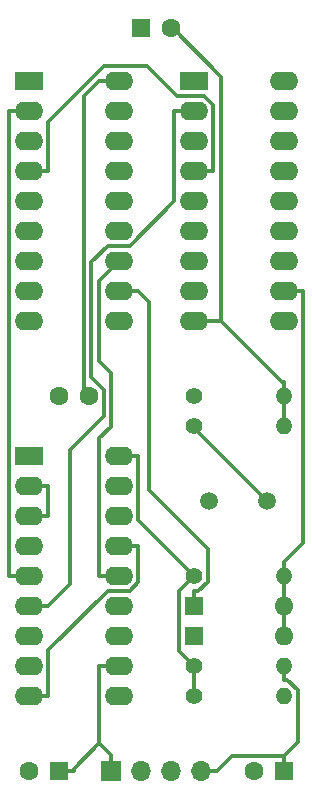
<source format=gbr>
G04 #@! TF.FileFunction,Copper,L1,Top,Signal*
%FSLAX46Y46*%
G04 Gerber Fmt 4.6, Leading zero omitted, Abs format (unit mm)*
G04 Created by KiCad (PCBNEW 4.0.7) date Thursday, November 09, 2017 'PMt' 11:15:27 PM*
%MOMM*%
%LPD*%
G01*
G04 APERTURE LIST*
%ADD10C,0.100000*%
%ADD11R,1.700000X1.700000*%
%ADD12O,1.700000X1.700000*%
%ADD13C,1.400000*%
%ADD14O,1.400000X1.400000*%
%ADD15R,2.400000X1.600000*%
%ADD16O,2.400000X1.600000*%
%ADD17C,1.500000*%
%ADD18C,1.600000*%
%ADD19R,1.600000X1.600000*%
%ADD20O,1.600000X1.600000*%
%ADD21C,0.304800*%
G04 APERTURE END LIST*
D10*
D11*
X137795000Y-143510000D03*
D12*
X140335000Y-143510000D03*
X142875000Y-143510000D03*
X145415000Y-143510000D03*
D13*
X144780000Y-111760000D03*
D14*
X152400000Y-111760000D03*
D13*
X144780000Y-114300000D03*
D14*
X152400000Y-114300000D03*
D13*
X144780000Y-127000000D03*
D14*
X152400000Y-127000000D03*
D13*
X144780000Y-134620000D03*
D14*
X152400000Y-134620000D03*
D13*
X144780000Y-137160000D03*
D14*
X152400000Y-137160000D03*
D15*
X130810000Y-85090000D03*
D16*
X138430000Y-105410000D03*
X130810000Y-87630000D03*
X138430000Y-102870000D03*
X130810000Y-90170000D03*
X138430000Y-100330000D03*
X130810000Y-92710000D03*
X138430000Y-97790000D03*
X130810000Y-95250000D03*
X138430000Y-95250000D03*
X130810000Y-97790000D03*
X138430000Y-92710000D03*
X130810000Y-100330000D03*
X138430000Y-90170000D03*
X130810000Y-102870000D03*
X138430000Y-87630000D03*
X130810000Y-105410000D03*
X138430000Y-85090000D03*
D15*
X144780000Y-85090000D03*
D16*
X152400000Y-105410000D03*
X144780000Y-87630000D03*
X152400000Y-102870000D03*
X144780000Y-90170000D03*
X152400000Y-100330000D03*
X144780000Y-92710000D03*
X152400000Y-97790000D03*
X144780000Y-95250000D03*
X152400000Y-95250000D03*
X144780000Y-97790000D03*
X152400000Y-92710000D03*
X144780000Y-100330000D03*
X152400000Y-90170000D03*
X144780000Y-102870000D03*
X152400000Y-87630000D03*
X144780000Y-105410000D03*
X152400000Y-85090000D03*
D15*
X130810000Y-116840000D03*
D16*
X138430000Y-137160000D03*
X130810000Y-119380000D03*
X138430000Y-134620000D03*
X130810000Y-121920000D03*
X138430000Y-132080000D03*
X130810000Y-124460000D03*
X138430000Y-129540000D03*
X130810000Y-127000000D03*
X138430000Y-127000000D03*
X130810000Y-129540000D03*
X138430000Y-124460000D03*
X130810000Y-132080000D03*
X138430000Y-121920000D03*
X130810000Y-134620000D03*
X138430000Y-119380000D03*
X130810000Y-137160000D03*
X138430000Y-116840000D03*
D17*
X146050000Y-120650000D03*
X150950000Y-120650000D03*
D18*
X135890000Y-111760000D03*
X133390000Y-111760000D03*
D19*
X144780000Y-129540000D03*
D20*
X152400000Y-129540000D03*
D19*
X144780000Y-132080000D03*
D20*
X152400000Y-132080000D03*
D19*
X140335000Y-80645000D03*
D18*
X142835000Y-80645000D03*
D19*
X133350000Y-143510000D03*
D18*
X130850000Y-143510000D03*
D19*
X152400000Y-143510000D03*
D18*
X149900000Y-143510000D03*
D21*
X138430000Y-116840000D02*
X140087500Y-116840000D01*
X140087500Y-122307500D02*
X144780000Y-127000000D01*
X140087500Y-116840000D02*
X140087500Y-122307500D01*
X143522400Y-133362400D02*
X144780000Y-134620000D01*
X143522400Y-128257600D02*
X143522400Y-133362400D01*
X144780000Y-127000000D02*
X143522400Y-128257600D01*
X144780000Y-134620000D02*
X144780000Y-137160000D01*
X135501700Y-111371700D02*
X135890000Y-111760000D01*
X135501700Y-86360800D02*
X135501700Y-111371700D01*
X136772500Y-85090000D02*
X135501700Y-86360800D01*
X138430000Y-85090000D02*
X136772500Y-85090000D01*
X152400000Y-111760000D02*
X152400000Y-114300000D01*
X140087500Y-127523600D02*
X140087500Y-124460000D01*
X139341100Y-128270000D02*
X140087500Y-127523600D01*
X137508000Y-128270000D02*
X139341100Y-128270000D01*
X132467500Y-133310500D02*
X137508000Y-128270000D01*
X132467500Y-137160000D02*
X132467500Y-133310500D01*
X130810000Y-137160000D02*
X132467500Y-137160000D01*
X138430000Y-124460000D02*
X140087500Y-124460000D01*
X144780000Y-105410000D02*
X146437500Y-105410000D01*
X152400000Y-111760000D02*
X152400000Y-110602500D01*
X147087300Y-105410000D02*
X146437500Y-105410000D01*
X147087300Y-84726300D02*
X147087300Y-105410000D01*
X143006000Y-80645000D02*
X147087300Y-84726300D01*
X142835000Y-80645000D02*
X143006000Y-80645000D01*
X152279800Y-110602500D02*
X152400000Y-110602500D01*
X147087300Y-105410000D02*
X152279800Y-110602500D01*
X138430000Y-134620000D02*
X136772500Y-134620000D01*
X137795000Y-143510000D02*
X137795000Y-142202500D01*
X134607500Y-143345000D02*
X136772500Y-141180000D01*
X134607500Y-143510000D02*
X134607500Y-143345000D01*
X136772500Y-134620000D02*
X136772500Y-141180000D01*
X136772500Y-141180000D02*
X137795000Y-142202500D01*
X133350000Y-143510000D02*
X134607500Y-143510000D01*
X153587700Y-141064800D02*
X152400000Y-142252500D01*
X153587700Y-136675800D02*
X153587700Y-141064800D01*
X152689400Y-135777500D02*
X153587700Y-136675800D01*
X152400000Y-135777500D02*
X152689400Y-135777500D01*
X152400000Y-134620000D02*
X152400000Y-135777500D01*
X152400000Y-143510000D02*
X152400000Y-142405000D01*
X152400000Y-142405000D02*
X152400000Y-142252500D01*
X147980000Y-142252500D02*
X146722500Y-143510000D01*
X152400000Y-142252500D02*
X147980000Y-142252500D01*
X145415000Y-143510000D02*
X146722500Y-143510000D01*
X141021100Y-103803600D02*
X140087500Y-102870000D01*
X141021100Y-119766200D02*
X141021100Y-103803600D01*
X145950500Y-124695600D02*
X141021100Y-119766200D01*
X145950500Y-127477900D02*
X145950500Y-124695600D01*
X145145900Y-128282500D02*
X145950500Y-127477900D01*
X144780000Y-128282500D02*
X145145900Y-128282500D01*
X144780000Y-129540000D02*
X144780000Y-128282500D01*
X138430000Y-102870000D02*
X140087500Y-102870000D01*
X152400000Y-132080000D02*
X152400000Y-129540000D01*
X152400000Y-129540000D02*
X152400000Y-127000000D01*
X154057500Y-124185000D02*
X154057500Y-102870000D01*
X152400000Y-125842500D02*
X154057500Y-124185000D01*
X152400000Y-127000000D02*
X152400000Y-125842500D01*
X152400000Y-102870000D02*
X154057500Y-102870000D01*
X144780000Y-114480000D02*
X144780000Y-114300000D01*
X150950000Y-120650000D02*
X144780000Y-114480000D01*
X129152500Y-127000000D02*
X129152500Y-87630000D01*
X130810000Y-127000000D02*
X129152500Y-127000000D01*
X130810000Y-87630000D02*
X129152500Y-87630000D01*
X136728700Y-102031300D02*
X138430000Y-100330000D01*
X136728700Y-108768000D02*
X136728700Y-102031300D01*
X137777600Y-109816900D02*
X136728700Y-108768000D01*
X137777600Y-114353300D02*
X137777600Y-109816900D01*
X136772500Y-115358400D02*
X137777600Y-114353300D01*
X136772500Y-127000000D02*
X136772500Y-115358400D01*
X138430000Y-127000000D02*
X136772500Y-127000000D01*
X132467500Y-88532300D02*
X132467500Y-92710000D01*
X137187500Y-83812300D02*
X132467500Y-88532300D01*
X140794100Y-83812300D02*
X137187500Y-83812300D01*
X143329400Y-86347600D02*
X140794100Y-83812300D01*
X145678300Y-86347600D02*
X143329400Y-86347600D01*
X146437500Y-87106800D02*
X145678300Y-86347600D01*
X146437500Y-92710000D02*
X146437500Y-87106800D01*
X144780000Y-92710000D02*
X146437500Y-92710000D01*
X130810000Y-92710000D02*
X132467500Y-92710000D01*
X143122500Y-95300300D02*
X143122500Y-87630000D01*
X139362800Y-99060000D02*
X143122500Y-95300300D01*
X137510400Y-99060000D02*
X139362800Y-99060000D01*
X136111700Y-100458700D02*
X137510400Y-99060000D01*
X136111700Y-110190400D02*
X136111700Y-100458700D01*
X137167600Y-111246300D02*
X136111700Y-110190400D01*
X137167600Y-113485900D02*
X137167600Y-111246300D01*
X134322700Y-116330800D02*
X137167600Y-113485900D01*
X134322700Y-127684800D02*
X134322700Y-116330800D01*
X132467500Y-129540000D02*
X134322700Y-127684800D01*
X130810000Y-129540000D02*
X132467500Y-129540000D01*
X144780000Y-87630000D02*
X143122500Y-87630000D01*
X132467500Y-121920000D02*
X132467500Y-119380000D01*
X130810000Y-121920000D02*
X132467500Y-121920000D01*
X130810000Y-119380000D02*
X132467500Y-119380000D01*
M02*

</source>
